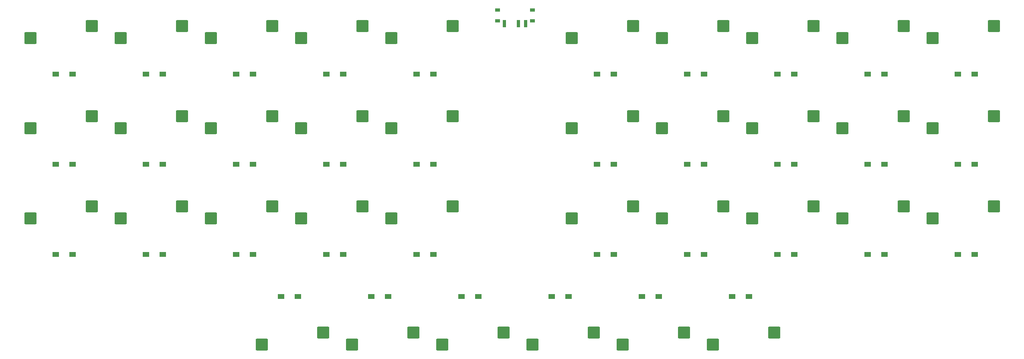
<source format=gbr>
%TF.GenerationSoftware,KiCad,Pcbnew,7.0.7*%
%TF.CreationDate,2023-08-21T18:25:40+02:00*%
%TF.ProjectId,lancer-hotswap,6c616e63-6572-42d6-986f-74737761702e,rev?*%
%TF.SameCoordinates,Original*%
%TF.FileFunction,Paste,Bot*%
%TF.FilePolarity,Positive*%
%FSLAX46Y46*%
G04 Gerber Fmt 4.6, Leading zero omitted, Abs format (unit mm)*
G04 Created by KiCad (PCBNEW 7.0.7) date 2023-08-21 18:25:40*
%MOMM*%
%LPD*%
G01*
G04 APERTURE LIST*
G04 Aperture macros list*
%AMRoundRect*
0 Rectangle with rounded corners*
0 $1 Rounding radius*
0 $2 $3 $4 $5 $6 $7 $8 $9 X,Y pos of 4 corners*
0 Add a 4 corners polygon primitive as box body*
4,1,4,$2,$3,$4,$5,$6,$7,$8,$9,$2,$3,0*
0 Add four circle primitives for the rounded corners*
1,1,$1+$1,$2,$3*
1,1,$1+$1,$4,$5*
1,1,$1+$1,$6,$7*
1,1,$1+$1,$8,$9*
0 Add four rect primitives between the rounded corners*
20,1,$1+$1,$2,$3,$4,$5,0*
20,1,$1+$1,$4,$5,$6,$7,0*
20,1,$1+$1,$6,$7,$8,$9,0*
20,1,$1+$1,$8,$9,$2,$3,0*%
G04 Aperture macros list end*
%ADD10RoundRect,0.200000X-1.075000X-1.050000X1.075000X-1.050000X1.075000X1.050000X-1.075000X1.050000X0*%
%ADD11RoundRect,0.200000X1.075000X1.050000X-1.075000X1.050000X-1.075000X-1.050000X1.075000X-1.050000X0*%
%ADD12R,1.400000X1.000000*%
%ADD13R,1.000000X0.800000*%
%ADD14R,0.700000X1.500000*%
G04 APERTURE END LIST*
D10*
%TO.C,SW10*%
X213895000Y-27940000D03*
X226822000Y-25400000D03*
%TD*%
%TO.C,SW15*%
X99595000Y-46990000D03*
X112522000Y-44450000D03*
%TD*%
%TO.C,SW19*%
X194845000Y-46990000D03*
X207772000Y-44450000D03*
%TD*%
%TO.C,SW18*%
X175795000Y-46990000D03*
X188722000Y-44450000D03*
%TD*%
D11*
%TO.C,SW35*%
X161390000Y-90170000D03*
X148463000Y-92710000D03*
%TD*%
%TO.C,SW31*%
X85190000Y-90170000D03*
X72263000Y-92710000D03*
%TD*%
D10*
%TO.C,SW27*%
X156745000Y-66040000D03*
X169672000Y-63500000D03*
%TD*%
%TO.C,SW8*%
X175795000Y-27940000D03*
X188722000Y-25400000D03*
%TD*%
%TO.C,SW16*%
X137695000Y-46990000D03*
X150622000Y-44450000D03*
%TD*%
%TO.C,SW13*%
X61495000Y-46990000D03*
X74422000Y-44450000D03*
%TD*%
%TO.C,SW21*%
X23395000Y-66040000D03*
X36322000Y-63500000D03*
%TD*%
%TO.C,SW14*%
X80545000Y-46990000D03*
X93472000Y-44450000D03*
%TD*%
D11*
%TO.C,SW32*%
X104240000Y-90170000D03*
X91313000Y-92710000D03*
%TD*%
D10*
%TO.C,SW1*%
X23395000Y-27940000D03*
X36322000Y-25400000D03*
%TD*%
%TO.C,SW24*%
X80545000Y-66040000D03*
X93472000Y-63500000D03*
%TD*%
%TO.C,SW23*%
X61495000Y-66040000D03*
X74422000Y-63500000D03*
%TD*%
%TO.C,SW9*%
X194845000Y-27940000D03*
X207772000Y-25400000D03*
%TD*%
%TO.C,SW30*%
X213895000Y-66040000D03*
X226822000Y-63500000D03*
%TD*%
D11*
%TO.C,SW34*%
X142340000Y-90170000D03*
X129413000Y-92710000D03*
%TD*%
D10*
%TO.C,SW20*%
X213895000Y-46990000D03*
X226822000Y-44450000D03*
%TD*%
%TO.C,SW26*%
X137695000Y-66040000D03*
X150622000Y-63500000D03*
%TD*%
%TO.C,SW25*%
X99595000Y-66040000D03*
X112522000Y-63500000D03*
%TD*%
%TO.C,SW29*%
X194845000Y-66040000D03*
X207772000Y-63500000D03*
%TD*%
%TO.C,SW4*%
X80545000Y-27940000D03*
X93472000Y-25400000D03*
%TD*%
D11*
%TO.C,SW36*%
X180440000Y-90170000D03*
X167513000Y-92710000D03*
%TD*%
D10*
%TO.C,SW22*%
X42445000Y-66040000D03*
X55372000Y-63500000D03*
%TD*%
%TO.C,SW5*%
X99595000Y-27940000D03*
X112522000Y-25400000D03*
%TD*%
%TO.C,SW7*%
X156745000Y-27940000D03*
X169672000Y-25400000D03*
%TD*%
%TO.C,SW2*%
X42445000Y-27940000D03*
X55372000Y-25400000D03*
%TD*%
%TO.C,SW3*%
X61495000Y-27940000D03*
X74422000Y-25400000D03*
%TD*%
%TO.C,SW17*%
X156745000Y-46990000D03*
X169672000Y-44450000D03*
%TD*%
%TO.C,SW11*%
X23395000Y-46990000D03*
X36322000Y-44450000D03*
%TD*%
%TO.C,SW12*%
X42445000Y-46990000D03*
X55372000Y-44450000D03*
%TD*%
D11*
%TO.C,SW33*%
X123290000Y-90170000D03*
X110363000Y-92710000D03*
%TD*%
D10*
%TO.C,SW28*%
X175795000Y-66040000D03*
X188722000Y-63500000D03*
%TD*%
%TO.C,SW6*%
X137695000Y-27940000D03*
X150622000Y-25400000D03*
%TD*%
D12*
%TO.C,D2*%
X51305000Y-35560000D03*
X47755000Y-35560000D03*
%TD*%
%TO.C,D32*%
X98930000Y-82550000D03*
X95380000Y-82550000D03*
%TD*%
%TO.C,D34*%
X133480000Y-82550000D03*
X137030000Y-82550000D03*
%TD*%
%TO.C,D20*%
X219205000Y-54610000D03*
X222755000Y-54610000D03*
%TD*%
%TO.C,D30*%
X219205000Y-73660000D03*
X222755000Y-73660000D03*
%TD*%
%TO.C,D8*%
X181105000Y-35560000D03*
X184655000Y-35560000D03*
%TD*%
%TO.C,D4*%
X89405000Y-35560000D03*
X85855000Y-35560000D03*
%TD*%
%TO.C,D11*%
X32255000Y-54610000D03*
X28705000Y-54610000D03*
%TD*%
%TO.C,D7*%
X162055000Y-35560000D03*
X165605000Y-35560000D03*
%TD*%
%TO.C,D29*%
X200155000Y-73660000D03*
X203705000Y-73660000D03*
%TD*%
%TO.C,D3*%
X70355000Y-35560000D03*
X66805000Y-35560000D03*
%TD*%
%TO.C,D23*%
X70355000Y-73660000D03*
X66805000Y-73660000D03*
%TD*%
%TO.C,D27*%
X162055000Y-73660000D03*
X165605000Y-73660000D03*
%TD*%
%TO.C,D1*%
X32255000Y-35560000D03*
X28705000Y-35560000D03*
%TD*%
%TO.C,D9*%
X200155000Y-35560000D03*
X203705000Y-35560000D03*
%TD*%
%TO.C,D28*%
X181105000Y-73660000D03*
X184655000Y-73660000D03*
%TD*%
%TO.C,D16*%
X143005000Y-54610000D03*
X146555000Y-54610000D03*
%TD*%
%TO.C,D35*%
X152530000Y-82550000D03*
X156080000Y-82550000D03*
%TD*%
D13*
%TO.C,SW37*%
X122080000Y-22065000D03*
X122080000Y-24275000D03*
X129380000Y-22065000D03*
X129380000Y-24275000D03*
D14*
X123480000Y-24925000D03*
X126480000Y-24925000D03*
X127980000Y-24925000D03*
%TD*%
D12*
%TO.C,D18*%
X181105000Y-54610000D03*
X184655000Y-54610000D03*
%TD*%
%TO.C,D33*%
X117980000Y-82550000D03*
X114430000Y-82550000D03*
%TD*%
%TO.C,D6*%
X143005000Y-35560000D03*
X146555000Y-35560000D03*
%TD*%
%TO.C,D36*%
X171580000Y-82550000D03*
X175130000Y-82550000D03*
%TD*%
%TO.C,D17*%
X162055000Y-54610000D03*
X165605000Y-54610000D03*
%TD*%
%TO.C,D5*%
X108455000Y-35560000D03*
X104905000Y-35560000D03*
%TD*%
%TO.C,D21*%
X32255000Y-73660000D03*
X28705000Y-73660000D03*
%TD*%
%TO.C,D12*%
X51305000Y-54610000D03*
X47755000Y-54610000D03*
%TD*%
%TO.C,D10*%
X219205000Y-35560000D03*
X222755000Y-35560000D03*
%TD*%
%TO.C,D26*%
X143005000Y-73660000D03*
X146555000Y-73660000D03*
%TD*%
%TO.C,D25*%
X108455000Y-73660000D03*
X104905000Y-73660000D03*
%TD*%
%TO.C,D19*%
X200155000Y-54610000D03*
X203705000Y-54610000D03*
%TD*%
%TO.C,D13*%
X70355000Y-54610000D03*
X66805000Y-54610000D03*
%TD*%
%TO.C,D22*%
X51305000Y-73660000D03*
X47755000Y-73660000D03*
%TD*%
%TO.C,D15*%
X108455000Y-54610000D03*
X104905000Y-54610000D03*
%TD*%
%TO.C,D14*%
X89405000Y-54610000D03*
X85855000Y-54610000D03*
%TD*%
%TO.C,D31*%
X79880000Y-82550000D03*
X76330000Y-82550000D03*
%TD*%
%TO.C,D24*%
X89405000Y-73660000D03*
X85855000Y-73660000D03*
%TD*%
M02*

</source>
